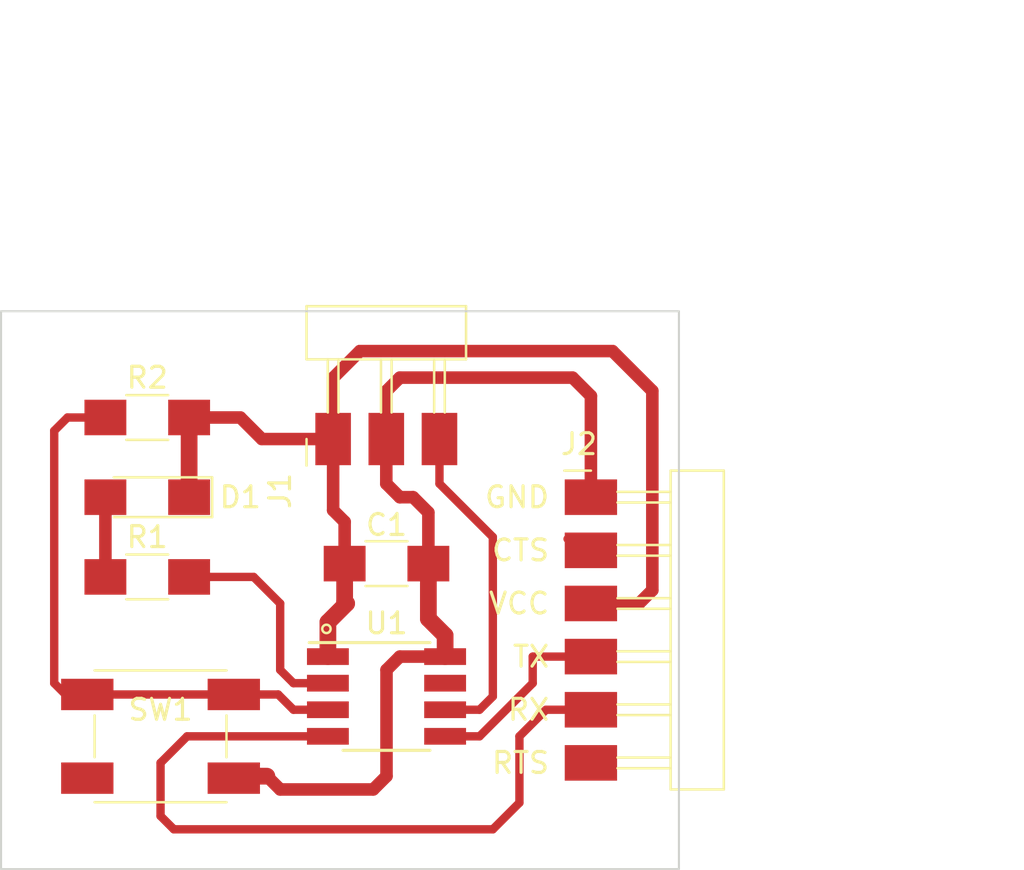
<source format=kicad_pcb>
(kicad_pcb (version 20211014) (generator pcbnew)
  (layers (0 "F.Cu" signal) (31 "B.Cu" signal) (34 "B.Paste" user) (35 "F.Paste" user) (36 "B.SilkS" user "B.Silkscreen") (37 "F.SilkS" user "F.Silkscreen") (38 "B.Mask" user) (39 "F.Mask" user) (44 "Edge.Cuts" user))
  (net 0 "")
  (net 1 "GND")
  (net 2 "VCC")
  (net 3 "Net-(D1-Pad2)")
  (net 4 "/UPDI")
  (net 5 "unconnected-(J2-Pad2)")
  (net 6 "/TX")
  (net 7 "/RX")
  (net 9 "/LED")
  (net 10 "/PA7")
  (footprint "fab:PinHeader_FTDI_01x06_P2.54mm_Horizontal_SMD" (layer "F.Cu") (at 134.86 76.2)
    (fp_text reference "J2" (at -1.524 -2.54 180) (layer "F.SilkS") (effects (justify left)))
    (fp_text value "Conn_PinHeader_FTDI_1x06_P2.54mm_Horizontal_SMD")
    (fp_text user "GND" (at -1.905 0) (layer "F.SilkS") (effects (justify right)))
    (fp_text user "CTS" (at -1.905 2.54) (layer "F.SilkS") (effects (justify right)))
    (fp_text user "VCC" (at -1.905 5.08) (layer "F.SilkS") (effects (justify right)))
    (fp_text user "RTS" (at -1.905 12.7) (layer "F.SilkS") (effects (justify right)))
    (fp_text user "TX" (at -1.905 7.62) (layer "F.SilkS") (effects (justify right)))
    (fp_text user "RX" (at -1.905 10.16) (layer "F.SilkS") (effects (justify right)))
    (fp_line (start 3.81 13.97) (end 3.81 -1.27) (layer "F.SilkS") (width 0.12))
    (fp_line (start 3.81 12.954) (end 1.27 12.954) (layer "F.SilkS") (width 0.12))
    (fp_line (start 3.81 7.874) (end 1.27 7.874) (layer "F.SilkS") (width 0.12))
    (fp_line (start 3.81 7.366) (end 1.27 7.366) (layer "F.SilkS") (width 0.12))
    (fp_line (start 6.35 -1.27) (end 6.35 13.97) (layer "F.SilkS") (width 0.12))
    (fp_line (start 3.81 12.446) (end 1.27 12.446) (layer "F.SilkS") (width 0.12))
    (fp_line (start 3.81 -0.254) (end 1.27 -0.254) (layer "F.SilkS") (width 0.12))
    (fp_line (start 3.81 10.414) (end 1.27 10.414) (layer "F.SilkS") (width 0.12))
    (fp_line (start 3.81 2.286) (end 1.27 2.286) (layer "F.SilkS") (width 0.12))
    (fp_line (start 3.81 0.254) (end 1.27 0.254) (layer "F.SilkS") (width 0.12))
    (fp_line (start 3.81 2.794) (end 1.27 2.794) (layer "F.SilkS") (width 0.12))
    (fp_line (start 3.81 -1.27) (end 6.35 -1.27) (layer "F.SilkS") (width 0.12))
    (fp_line (start 6.35 13.97) (end 3.81 13.97) (layer "F.SilkS") (width 0.12))
    (fp_line (start 3.81 9.906) (end 1.27 9.906) (layer "F.SilkS") (width 0.12))
    (fp_line (start -1.27 -1.27) (end 0 -1.27) (layer "F.SilkS") (width 0.12))
    (fp_line (start 3.81 5.334) (end 1.27 5.334) (layer "F.SilkS") (width 0.12))
    (fp_line (start 3.81 4.826) (end 1.27 4.826) (layer "F.SilkS") (width 0.12))
    (pad "1" smd rect locked (at 0 0) (size 2.5 1.7) (layers "F.Cu" "F.Paste" "F.Mask") (net 1 "GND"))
    (pad "2" smd rect locked (at 0 2.54) (size 2.5 1.7) (layers "F.Cu" "F.Paste" "F.Mask") (net 5 "unconnected-(J2-Pad2)"))
    (pad "3" smd rect locked (at 0 5.08) (size 2.5 1.7) (layers "F.Cu" "F.Paste" "F.Mask") (net 2 "VCC"))
    (pad "4" smd rect locked (at 0 7.62) (size 2.5 1.7) (layers "F.Cu" "F.Paste" "F.Mask") (net 6 "/TX"))
    (pad "5" smd rect locked (at 0 10.16) (size 2.5 1.7) (layers "F.Cu" "F.Paste" "F.Mask") (net 7 "/RX"))
    (pad "6" smd rect locked (at 0 12.7) (size 2.5 1.7) (layers "F.Cu" "F.Paste" "F.Mask"))
  )
  (footprint "fab:R_1206" (layer "F.Cu") (at 113.665 80.01 180)
    (fp_text reference "R1" (at 0 1.905) (layer "F.SilkS"))
    (fp_text value "1k")
    (fp_line (start -1 -1.07) (end 1 -1.07) (layer "F.SilkS") (width 0.12))
    (fp_line (start 1 1.07) (end -1 1.07) (layer "F.SilkS") (width 0.12))
    (pad "1" smd rect locked (at -2 0 180) (size 2 1.7) (layers "F.Cu" "F.Paste" "F.Mask") (net 9 "/LED"))
    (pad "2" smd rect locked (at 2 0 180) (size 2 1.7) (layers "F.Cu" "F.Paste" "F.Mask") (net 3 "Net-(D1-Pad2)"))
  )
  (footprint "fab:Button_Omron_B3SN_6x6mm" (layer "F.Cu") (at 114.3 87.63)
    (fp_text reference "SW1" (at 0 -1.27) (layer "F.SilkS"))
    (fp_text value "BUTTON_B3SN")
    (fp_line (start 3.15 -1) (end 3.15 1) (layer "F.SilkS") (width 0.12))
    (fp_line (start 3.15 3.15) (end -3.15 3.15) (layer "F.SilkS") (width 0.12))
    (fp_line (start -3.15 -3.15) (end 3.15 -3.15) (layer "F.SilkS") (width 0.12))
    (fp_line (start -3.15 1) (end -3.15 -1) (layer "F.SilkS") (width 0.12))
    (pad "1" smd rect locked (at -3.5 -2) (size 2.5 1.5) (layers "F.Cu" "F.Paste" "F.Mask") (net 10 "/PA7"))
    (pad "1" smd rect locked (at 3.5 -2) (size 2.5 1.5) (layers "F.Cu" "F.Paste" "F.Mask") (net 10 "/PA7"))
    (pad "2" smd rect locked (at -3.5 2) (size 2.5 1.5) (layers "F.Cu" "F.Paste" "F.Mask") (net 1 "GND"))
    (pad "2" smd rect locked (at 3.5 2) (size 2.5 1.5) (layers "F.Cu" "F.Paste" "F.Mask") (net 1 "GND"))
  )
  (footprint "fab:PinHeader_1x03_P2.54mm_Horizontal_SMD" (layer "F.Cu") (at 122.545 73.42 90)
    (fp_text reference "J1" (at -1.524 -2.54 90) (layer "F.SilkS") (effects (justify right)))
    (fp_text value "Conn_PinHeader_1x03_P2.54mm_Horizontal_SMD")
    (fp_line (start 3.81 2.794) (end 1.27 2.794) (layer "F.SilkS") (width 0.12))
    (fp_line (start 6.35 6.35) (end 3.81 6.35) (layer "F.SilkS") (width 0.12))
    (fp_line (start 3.81 -0.254) (end 1.27 -0.254) (layer "F.SilkS") (width 0.12))
    (fp_line (start 3.81 2.286) (end 1.27 2.286) (layer "F.SilkS") (width 0.12))
    (fp_line (start -1.27 -1.27) (end 0 -1.27) (layer "F.SilkS") (width 0.12))
    (fp_line (start 3.81 5.334) (end 1.27 5.334) (layer "F.SilkS") (width 0.12))
    (fp_line (start 3.81 0.254) (end 1.27 0.254) (layer "F.SilkS") (width 0.12))
    (fp_line (start 3.81 4.826) (end 1.27 4.826) (layer "F.SilkS") (width 0.12))
    (fp_line (start 3.81 -1.27) (end 6.35 -1.27) (layer "F.SilkS") (width 0.12))
    (fp_line (start 6.35 -1.27) (end 6.35 6.35) (layer "F.SilkS") (width 0.12))
    (fp_line (start 3.81 6.35) (end 3.81 -1.27) (layer "F.SilkS") (width 0.12))
    (pad "1" smd rect locked (at 0 5.08 90) (size 2.5 1.7) (layers "F.Cu" "F.Paste" "F.Mask") (net 4 "/UPDI"))
    (pad "2" smd rect locked (at 0 2.54 90) (size 2.5 1.7) (layers "F.Cu" "F.Paste" "F.Mask") (net 1 "GND"))
    (pad "3" smd rect locked (at 0 0 90) (size 2.5 1.7) (layers "F.Cu" "F.Paste" "F.Mask") (net 2 "VCC"))
  )
  (footprint "fab:SOIC-8_3.9x4.9mm_P1.27mm" (layer "F.Cu") (at 125.095 85.725)
    (fp_text reference "U1" (at 0 -3.5) (layer "F.SilkS"))
    (fp_text value "Microcontroller_ATtiny412_SSFR")
    (fp_line (start -3.69 -2.575) (end 2.075 -2.575) (layer "F.SilkS") (width 0.15))
    (fp_line (start -2.075 2.575) (end 2.075 2.575) (layer "F.SilkS") (width 0.15))
    (fp_circle (center -2.87 -3.23) (end -2.67 -3.23) (layer "F.SilkS") (width 0.12) (fill none))
    (pad "1" smd rect locked (at -2.8 -1.905) (size 2 0.8) (layers "F.Cu" "F.Paste" "F.Mask") (net 2 "VCC"))
    (pad "2" smd rect locked (at -2.8 -0.635) (size 2 0.8) (layers "F.Cu" "F.Paste" "F.Mask") (net 9 "/LED"))
    (pad "3" smd rect locked (at -2.8 0.635) (size 2 0.8) (layers "F.Cu" "F.Paste" "F.Mask") (net 10 "/PA7"))
    (pad "4" smd rect locked (at -2.8 1.905) (size 2 0.8) (layers "F.Cu" "F.Paste" "F.Mask") (net 7 "/RX"))
    (pad "5" smd rect locked (at 2.8 1.905) (size 2 0.8) (layers "F.Cu" "F.Paste" "F.Mask") (net 6 "/TX"))
    (pad "6" smd rect locked (at 2.8 0.635) (size 2 0.8) (layers "F.Cu" "F.Paste" "F.Mask") (net 4 "/UPDI"))
    (pad "7" smd rect locked (at 2.8 -0.635) (size 2 0.8) (layers "F.Cu" "F.Paste" "F.Mask"))
    (pad "8" smd rect locked (at 2.8 -1.905) (size 2 0.8) (layers "F.Cu" "F.Paste" "F.Mask") (net 1 "GND"))
  )
  (footprint "fab:R_1206" (layer "F.Cu") (at 113.665 72.39 180)
    (fp_text reference "R2" (at 0 1.905) (layer "F.SilkS"))
    (fp_text value "10k")
    (fp_line (start 1 1.07) (end -1 1.07) (layer "F.SilkS") (width 0.12))
    (fp_line (start -1 -1.07) (end 1 -1.07) (layer "F.SilkS") (width 0.12))
    (pad "1" smd rect locked (at -2 0 180) (size 2 1.7) (layers "F.Cu" "F.Paste" "F.Mask") (net 2 "VCC"))
    (pad "2" smd rect locked (at 2 0 180) (size 2 1.7) (layers "F.Cu" "F.Paste" "F.Mask") (net 10 "/PA7"))
  )
  (footprint "fab:C_1206" (layer "F.Cu") (at 125.095 79.375)
    (fp_text reference "C1" (at 0 -1.85) (layer "F.SilkS"))
    (fp_text value "1uF")
    (fp_line (start 1 1.07) (end -1 1.07) (layer "F.SilkS") (width 0.12))
    (fp_line (start -1 -1.07) (end 1 -1.07) (layer "F.SilkS") (width 0.12))
    (pad "1" smd rect locked (at -2 0) (size 2 1.7) (layers "F.Cu" "F.Paste" "F.Mask") (net 2 "VCC"))
    (pad "2" smd rect locked (at 2 0) (size 2 1.7) (layers "F.Cu" "F.Paste" "F.Mask") (net 1 "GND"))
  )
  (footprint "fab:LED_1206" (layer "F.Cu") (at 113.665 76.2 180)
    (fp_text reference "D1" (at -4.445 0) (layer "F.SilkS"))
    (fp_text value "LED")
    (fp_line (start -3.1 0.95) (end 1.6 0.95) (layer "F.SilkS") (width 0.12))
    (fp_line (start -3.1 -0.95) (end -3.1 0.95) (layer "F.SilkS") (width 0.12))
    (fp_line (start -3.1 -0.95) (end 1.6 -0.95) (layer "F.SilkS") (width 0.12))
    (pad "1" smd rect locked (at -2 0 180) (size 2 1.7) (layers "F.Cu" "F.Paste" "F.Mask") (net 2 "VCC"))
    (pad "2" smd rect locked (at 2 0 180) (size 2 1.7) (layers "F.Cu" "F.Paste" "F.Mask") (net 3 "Net-(D1-Pad2)"))
  )
  (gr_poly (pts (xy 139.065 93.98) (xy 106.68 93.98) (xy 106.68 67.31) (xy 139.065 67.31)) (layer "Edge.Cuts") (width 0.1) (fill none))
  (segment (start 126.365 76.2) (end 127.095 76.93) (width 0.6) (layer "F.Cu") (net 1))
  (segment (start 124.46 90.17) (end 120.015 90.17) (width 0.6) (layer "F.Cu") (net 1))
  (segment (start 125.73 76.2) (end 126.365 76.2) (width 0.6) (layer "F.Cu") (net 1))
  (segment (start 125.095 84.455) (end 125.095 89.535) (width 0.6) (layer "F.Cu") (net 1))
  (segment (start 125.085 71.13) (end 125.085 73.42) (width 0.6) (layer "F.Cu") (net 1))
  (segment (start 125.73 83.82) (end 125.095 84.455) (width 0.6) (layer "F.Cu") (net 1))
  (segment (start 127.895 82.81) (end 127.095 82.01) (width 0.8) (layer "F.Cu") (net 1))
  (segment (start 125.085 73.42) (end 125.085 75.555) (width 0.6) (layer "F.Cu") (net 1))
  (segment (start 119.38 89.535) (end 117.895 89.535) (width 0.8) (layer "F.Cu") (net 1))
  (segment (start 127.095 82.01) (end 127.095 79.375) (width 0.8) (layer "F.Cu") (net 1))
  (segment (start 127.895 83.82) (end 125.73 83.82) (width 0.6) (layer "F.Cu") (net 1))
  (segment (start 125.095 89.535) (end 124.46 90.17) (width 0.6) (layer "F.Cu") (net 1))
  (segment (start 134.86 76.2) (end 134.86 71.36) (width 0.6) (layer "F.Cu") (net 1))
  (segment (start 117.895 89.535) (end 117.8 89.63) (width 0.8) (layer "F.Cu") (net 1))
  (segment (start 134.86 71.36) (end 133.985 70.485) (width 0.6) (layer "F.Cu") (net 1))
  (segment (start 127.095 76.93) (end 127.095 79.375) (width 0.6) (layer "F.Cu") (net 1))
  (segment (start 125.085 75.555) (end 125.73 76.2) (width 0.6) (layer "F.Cu") (net 1))
  (segment (start 133.985 70.485) (end 125.73 70.485) (width 0.6) (layer "F.Cu") (net 1))
  (segment (start 120.015 90.17) (end 119.38 89.535) (width 0.6) (layer "F.Cu") (net 1))
  (segment (start 127.895 83.82) (end 127.895 82.81) (width 0.8) (layer "F.Cu") (net 1))
  (segment (start 125.73 70.485) (end 125.085 71.13) (width 0.6) (layer "F.Cu") (net 1))
  (segment (start 122.545 73.42) (end 122.545 70.495) (width 0.6) (layer "F.Cu") (net 2))
  (segment (start 123.095 81.185) (end 123.095 79.375) (width 0.8) (layer "F.Cu") (net 2))
  (segment (start 123.19 81.28) (end 123.095 81.185) (width 0.8) (layer "F.Cu") (net 2))
  (segment (start 123.825 69.215) (end 135.89 69.215) (width 0.6) (layer "F.Cu") (net 2))
  (segment (start 122.295 82.175) (end 123.19 81.28) (width 0.8) (layer "F.Cu") (net 2))
  (segment (start 122.545 70.495) (end 123.825 69.215) (width 0.6) (layer "F.Cu") (net 2))
  (segment (start 122.545 76.825) (end 122.545 73.42) (width 0.6) (layer "F.Cu") (net 2))
  (segment (start 119.14 73.42) (end 118.11 72.39) (width 0.6) (layer "F.Cu") (net 2))
  (segment (start 135.89 69.215) (end 137.795 71.12) (width 0.6) (layer "F.Cu") (net 2))
  (segment (start 137.795 71.12) (end 137.795 80.645) (width 0.6) (layer "F.Cu") (net 2))
  (segment (start 118.11 72.39) (end 115.665 72.39) (width 0.6) (layer "F.Cu") (net 2))
  (segment (start 123.095 77.375) (end 122.545 76.825) (width 0.6) (layer "F.Cu") (net 2))
  (segment (start 137.795 80.645) (end 137.16 81.28) (width 0.6) (layer "F.Cu") (net 2))
  (segment (start 123.095 79.375) (end 123.095 77.375) (width 0.6) (layer "F.Cu") (net 2))
  (segment (start 137.16 81.28) (end 134.86 81.28) (width 0.6) (layer "F.Cu") (net 2))
  (segment (start 122.295 83.82) (end 122.295 82.175) (width 0.8) (layer "F.Cu") (net 2))
  (segment (start 122.545 73.42) (end 119.14 73.42) (width 0.6) (layer "F.Cu") (net 2))
  (segment (start 115.665 72.39) (end 115.665 76.2) (width 0.8) (layer "F.Cu") (net 2))
  (segment (start 111.665 76.2) (end 111.665 80.01) (width 0.6) (layer "F.Cu") (net 3))
  (segment (start 130.175 78.105) (end 127.625 75.555) (width 0.4) (layer "F.Cu") (net 4))
  (segment (start 130.175 85.725) (end 130.175 78.105) (width 0.4) (layer "F.Cu") (net 4))
  (segment (start 127.625 75.555) (end 127.625 73.42) (width 0.4) (layer "F.Cu") (net 4))
  (segment (start 127.895 86.36) (end 129.54 86.36) (width 0.4) (layer "F.Cu") (net 4))
  (segment (start 129.54 86.36) (end 130.175 85.725) (width 0.4) (layer "F.Cu") (net 4))
  (segment (start 133.745 78.195) (end 133.985 78.435) (width 0.4) (layer "F.Cu") (net 5))
  (segment (start 129.54 87.63) (end 132.08 85.09) (width 0.4) (layer "F.Cu") (net 6))
  (segment (start 132.08 83.82) (end 133.59 83.82) (width 0.4) (layer "F.Cu") (net 6))
  (segment (start 127.895 87.63) (end 129.54 87.63) (width 0.4) (layer "F.Cu") (net 6))
  (segment (start 132.08 85.09) (end 132.08 83.82) (width 0.4) (layer "F.Cu") (net 6))
  (segment (start 115.57 87.63) (end 122.295 87.63) (width 0.4) (layer "F.Cu") (net 7))
  (segment (start 133.59 86.36) (end 132.715 86.36) (width 0.4) (layer "F.Cu") (net 7))
  (segment (start 130.175 92.075) (end 114.935 92.075) (width 0.4) (layer "F.Cu") (net 7))
  (segment (start 114.935 92.075) (end 114.3 91.44) (width 0.4) (layer "F.Cu") (net 7))
  (segment (start 114.3 88.9) (end 115.57 87.63) (width 0.4) (layer "F.Cu") (net 7))
  (segment (start 132.715 86.36) (end 131.445 87.63) (width 0.4) (layer "F.Cu") (net 7))
  (segment (start 114.3 91.44) (end 114.3 88.9) (width 0.4) (layer "F.Cu") (net 7))
  (segment (start 131.445 87.63) (end 131.445 90.805) (width 0.4) (layer "F.Cu") (net 7))
  (segment (start 131.445 90.805) (end 130.175 92.075) (width 0.4) (layer "F.Cu") (net 7))
  (segment (start 120.65 85.09) (end 120.015 84.455) (width 0.4) (layer "F.Cu") (net 9))
  (segment (start 120.015 84.455) (end 120.015 81.28) (width 0.4) (layer "F.Cu") (net 9))
  (segment (start 122.295 85.09) (end 120.65 85.09) (width 0.4) (layer "F.Cu") (net 9))
  (segment (start 118.745 80.01) (end 115.665 80.01) (width 0.4) (layer "F.Cu") (net 9))
  (segment (start 120.015 81.28) (end 118.745 80.01) (width 0.4) (layer "F.Cu") (net 9))
  (segment (start 109.22 73.025) (end 109.22 85.09) (width 0.4) (layer "F.Cu") (net 10))
  (segment (start 109.22 85.09) (end 109.76 85.63) (width 0.4) (layer "F.Cu") (net 10))
  (segment (start 119.92 85.63) (end 117.8 85.63) (width 0.4) (layer "F.Cu") (net 10))
  (segment (start 111.665 72.39) (end 109.855 72.39) (width 0.4) (layer "F.Cu") (net 10))
  (segment (start 109.855 72.39) (end 109.22 73.025) (width 0.4) (layer "F.Cu") (net 10))
  (segment (start 120.65 86.36) (end 119.92 85.63) (width 0.4) (layer "F.Cu") (net 10))
  (segment (start 109.76 85.63) (end 110.8 85.63) (width 0.4) (layer "F.Cu") (net 10))
  (segment (start 117.8 85.63) (end 110.8 85.63) (width 0.4) (layer "F.Cu") (net 10))
  (segment (start 122.295 86.36) (end 120.65 86.36) (width 0.4) (layer "F.Cu") (net 10))
)
</source>
